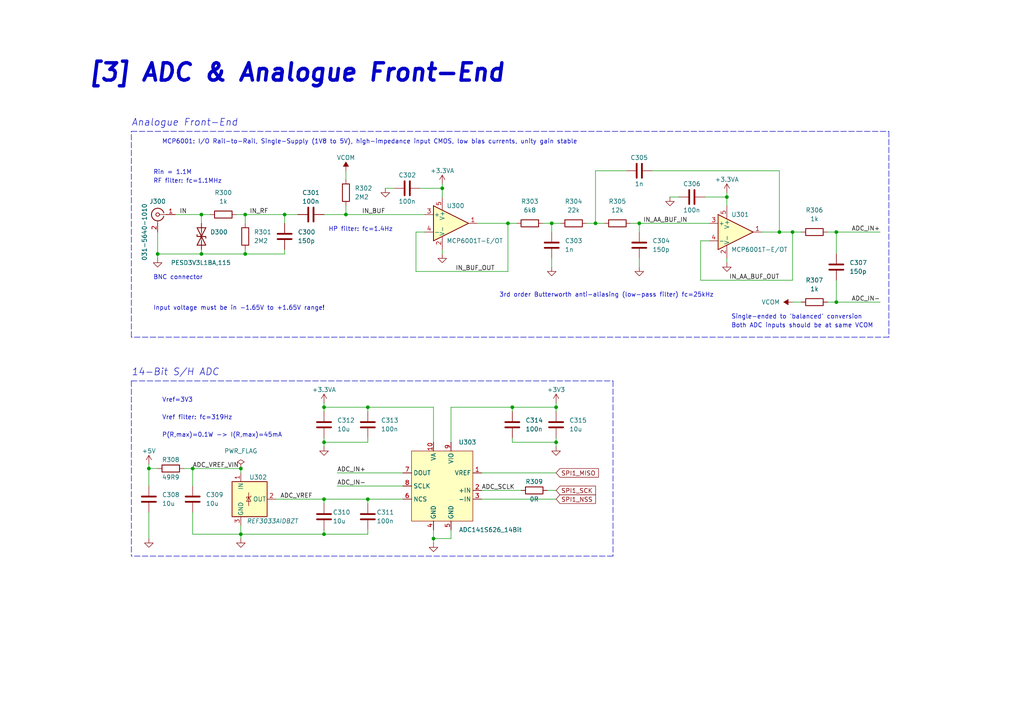
<source format=kicad_sch>
(kicad_sch (version 20230121) (generator eeschema)
  (paper "A4")
  (title_block (title "Proyecto Mixed Signal") (date "2025-01-13") (rev "1.0") (company "Felipe Santisteban") (comment 1 "Fedevel Hardware Course"))
  (lib_symbols
    (symbol "Amplifier_Operational:MCP6001-OT" (pin_names (offset 0.127))
      (property "Reference" "U" (at -1.27 6.35 0))
      (property "Value" "MCP6001-OT" (at -1.27 3.81 0))
      (symbol "MCP6001-OT_0_1"
        (polyline (pts (xy -5.08 5.08) (xy 5.08 0) (xy -5.08 -5.08) (xy -5.08 5.08)) (stroke (width 0.254)) (fill (type background)))
        (pin power_in line (at -2.54 -7.62 90) (length 3.81) (name "V-") (number "2"))
        (pin power_in line (at -2.54 7.62 270) (length 3.81) (name "V+") (number "5"))
      )
      (symbol "MCP6001-OT_1_1"
        (pin output line (at 7.62 0 180) (length 2.54) (name "~") (number "1"))
        (pin input line (at -7.62 2.54 0) (length 2.54) (name "+") (number "3"))
        (pin input line (at -7.62 -2.54 0) (length 2.54) (name "-") (number "4"))
      )
    )
    (symbol "Connector:Conn_Coaxial" (pin_names (offset 1.016) hide)
      (property "Reference" "J" (at 0.254 3.048 0))
      (property "Value" "Conn_Coaxial" (at 2.921 0 90))
      (symbol "Conn_Coaxial_0_1"
        (arc (start -1.778 -0.508) (mid 0.2311 -1.8066) (end 1.778 0) (stroke (width 0.254)))
        (polyline (pts (xy -2.54 0) (xy -0.508 0)))
        (polyline (pts (xy 0 -2.54) (xy 0 -1.778)))
        (circle (center 0 0) (radius 0.508) (stroke (width 0.2032)))
        (arc (start 1.778 0) (mid 0.2099 1.8101) (end -1.778 0.508) (stroke (width 0.254)))
      )
      (symbol "Conn_Coaxial_1_1"
        (pin passive line (at -5.08 0 0) (length 2.54) (name "In") (number "1"))
        (pin passive line (at 0 -5.08 90) (length 2.54) (name "Ext") (number "2"))
      )
    )
    (symbol "Device:C" (pin_numbers hide) (pin_names (offset 0.254))
      (property "Reference" "C" (at 0.635 2.54 0))
      (property "Value" "C" (at 0.635 -2.54 0))
      (symbol "C_0_1"
        (polyline (pts (xy -2.032 -0.762) (xy 2.032 -0.762)) (stroke (width 0.508)))
        (polyline (pts (xy -2.032 0.762) (xy 2.032 0.762)) (stroke (width 0.508)))
      )
      (symbol "C_1_1"
        (pin passive line (at 0 3.81 270) (length 2.794) (name "~") (number "1"))
        (pin passive line (at 0 -3.81 90) (length 2.794) (name "~") (number "2"))
      )
    )
    (symbol "Device:D_TVS" (pin_numbers hide) (pin_names (offset 1.016) hide)
      (property "Reference" "D" (at 0 2.54 0))
      (property "Value" "D_TVS" (at 0 -2.54 0))
      (symbol "D_TVS_0_1"
        (polyline (pts (xy 1.27 0) (xy -1.27 0)))
        (polyline (pts (xy 0.508 1.27) (xy 0 1.27) (xy 0 -1.27) (xy -0.508 -1.27)) (stroke (width 0.254)))
        (polyline (pts (xy -2.54 1.27) (xy -2.54 -1.27) (xy 2.54 1.27) (xy 2.54 -1.27) (xy -2.54 1.27)) (stroke (width 0.254)))
      )
      (symbol "D_TVS_1_1"
        (pin passive line (at -3.81 0 0) (length 2.54) (name "A1") (number "1"))
        (pin passive line (at 3.81 0 180) (length 2.54) (name "A2") (number "2"))
      )
    )
    (symbol "Device:R" (pin_numbers hide) (pin_names (offset 0))
      (property "Reference" "R" (at 2.032 0 90))
      (property "Value" "R" (at 0 0 90))
      (symbol "R_0_1"
        (rectangle (start -1.016 -2.54) (end 1.016 2.54) (stroke (width 0.254)))
      )
      (symbol "R_1_1"
        (pin passive line (at 0 3.81 270) (length 1.27) (name "~") (number "1"))
        (pin passive line (at 0 -3.81 90) (length 1.27) (name "~") (number "2"))
      )
    )
    (symbol "Reference_Voltage:REF3033" (pin_names (offset 0.254))
      (property "Reference" "U" (at 0 6.35 0))
      (property "Value" "REF3033" (at 2.54 -6.35 0))
      (symbol "REF3033_0_1"
        (rectangle (start -5.08 5.08) (end 5.08 -5.08) (stroke (width 0.254)) (fill (type background)))
        (polyline (pts (xy -0.254 1.905) (xy -0.254 -1.905)))
        (polyline (pts (xy -0.889 -0.635) (xy 0.381 -0.635) (xy -0.254 0.635) (xy -0.889 -0.635)))
        (polyline (pts (xy 0.381 1.016) (xy 0.381 0.635) (xy -0.889 0.635) (xy -0.889 0.254)))
      )
      (symbol "REF3033_1_1"
        (pin power_in line (at -2.54 7.62 270) (length 2.54) (name "IN") (number "1"))
        (pin power_out line (at 7.62 0 180) (length 2.54) (name "OUT") (number "2"))
        (pin power_in line (at -2.54 -7.62 90) (length 2.54) (name "GND") (number "3"))
      )
    )
    (symbol "VCOM_1" (power) (pin_names (offset 0))
      (property "Value" "VCOM" (at 0 3.81 0))
      (symbol "VCOM_1_0_1"
        (polyline (pts (xy 0 0) (xy 0 2.54)))
        (polyline (pts (xy 0.762 1.27) (xy -0.762 1.27) (xy 0 2.54) (xy 0.762 1.27)) (fill (type outline)))
      )
      (symbol "VCOM_1_1_1"
        (pin passive line (at 0 0 90) (length 0) hide (name "VCOM") (number "1"))
      )
    )
    (symbol "mis_simbolos:ADC141S626_14-Bit"
      (property "Reference" "U" (at 12.7 13.97 0))
      (symbol "ADC141S626_14-Bit_0_0"
        (pin input line (at 11.43 3.81 180) (length 2.54) (name "VREF") (number "1"))
        (pin power_in line (at -2.54 12.7 270) (length 2.54) (name "VA") (number "10"))
        (pin input line (at 11.43 -1.27 180) (length 2.54) (name "+IN") (number "2"))
        (pin input line (at 11.43 -3.81 180) (length 2.54) (name "-IN") (number "3"))
        (pin power_in line (at -2.54 -12.7 90) (length 2.54) (name "GND") (number "4"))
        (pin power_in line (at 2.54 -12.7 90) (length 2.54) (name "GND") (number "5"))
        (pin input line (at -11.43 -3.81 0) (length 2.54) (name "NCS") (number "6"))
        (pin output line (at -11.43 3.81 0) (length 2.54) (name "DOUT") (number "7"))
        (pin input line (at -11.43 0 0) (length 2.54) (name "SCLK") (number "8"))
        (pin power_in line (at 2.54 12.7 270) (length 2.54) (name "VIO") (number "9"))
      )
      (symbol "ADC141S626_14-Bit_1_1"
        (rectangle (start -8.89 10.16) (end 8.89 -10.16) (fill (type background)))
      )
    )
    (symbol "power:+3.3VA" (power) (pin_names (offset 0))
      (property "Value" "+3.3VA" (at 0 3.556 0))
      (symbol "+3.3VA_0_1"
        (polyline (pts (xy -0.762 1.27) (xy 0 2.54)))
        (polyline (pts (xy 0 0) (xy 0 2.54)))
        (polyline (pts (xy 0 2.54) (xy 0.762 1.27)))
      )
      (symbol "+3.3VA_1_1"
        (pin power_in line (at 0 0 90) (length 0) hide (name "+3.3VA") (number "1"))
      )
    )
    (symbol "power:+3V3" (power) (pin_names (offset 0))
      (property "Value" "+3V3" (at 0 3.556 0))
      (symbol "+3V3_0_1"
        (polyline (pts (xy -0.762 1.27) (xy 0 2.54)))
        (polyline (pts (xy 0 0) (xy 0 2.54)))
        (polyline (pts (xy 0 2.54) (xy 0.762 1.27)))
      )
      (symbol "+3V3_1_1"
        (pin power_in line (at 0 0 90) (length 0) hide (name "+3V3") (number "1"))
      )
    )
    (symbol "power:+5V" (power) (pin_names (offset 0))
      (property "Value" "+5V" (at 0 3.556 0))
      (symbol "+5V_0_1"
        (polyline (pts (xy -0.762 1.27) (xy 0 2.54)))
        (polyline (pts (xy 0 0) (xy 0 2.54)))
        (polyline (pts (xy 0 2.54) (xy 0.762 1.27)))
      )
      (symbol "+5V_1_1"
        (pin power_in line (at 0 0 90) (length 0) hide (name "+5V") (number "1"))
      )
    )
    (symbol "power:GND" (power) (pin_names (offset 0))
      (property "Value" "GND" (at 0 -3.81 0))
      (symbol "GND_0_1"
        (polyline (pts (xy 0 0) (xy 0 -1.27) (xy 1.27 -1.27) (xy 0 -2.54) (xy -1.27 -1.27) (xy 0 -1.27)))
      )
      (symbol "GND_1_1"
        (pin power_in line (at 0 0 270) (length 0) hide (name "GND") (number "1"))
      )
    )
    (symbol "power:PWR_FLAG" (power) (pin_numbers hide) (pin_names (offset 0) hide)
      (property "Value" "PWR_FLAG" (at 0 3.81 0))
      (symbol "PWR_FLAG_0_0"
        (pin power_out line (at 0 0 90) (length 0) (name "pwr") (number "1"))
      )
      (symbol "PWR_FLAG_0_1"
        (polyline (pts (xy 0 0) (xy 0 1.27) (xy -1.016 1.905) (xy 0 2.54) (xy 1.016 1.905) (xy 0 1.27)))
      )
    )
    (symbol "power:VCOM" (power) (pin_names (offset 0))
      (property "Value" "VCOM" (at 0 6.35 90))
      (symbol "VCOM_0_1"
        (polyline (pts (xy 0 0) (xy 0 2.54)))
        (polyline (pts (xy 0.762 1.27) (xy -0.762 1.27) (xy 0 2.54) (xy 0.762 1.27)) (fill (type outline)))
      )
      (symbol "VCOM_1_1"
        (pin passive line (at 0 0 90) (length 0) hide (name "VCOM") (number "1"))
      )
    )
  )
  (junction (at 210.82 57.15))
  (junction (at 242.57 87.63))
  (junction (at 43.18 135.89))
  (junction (at 161.29 118.11))
  (junction (at 45.72 73.66))
  (junction (at 100.33 62.23))
  (junction (at 185.42 64.77))
  (junction (at 93.98 128.27))
  (junction (at 58.42 73.66))
  (junction (at 71.12 62.23))
  (junction (at 125.73 156.21))
  (junction (at 55.88 135.89))
  (junction (at 148.59 118.11))
  (junction (at 82.55 62.23))
  (junction (at 106.68 118.11))
  (junction (at 58.42 62.23))
  (junction (at 69.85 154.94))
  (junction (at 128.27 54.61))
  (junction (at 229.87 67.31))
  (junction (at 93.98 154.94))
  (junction (at 71.12 73.66))
  (junction (at 226.06 67.31))
  (junction (at 172.72 64.77))
  (junction (at 147.32 64.77))
  (junction (at 106.68 144.78))
  (junction (at 161.29 128.27))
  (junction (at 69.85 135.89))
  (junction (at 242.57 67.31))
  (junction (at 160.02 64.77))
  (junction (at 93.98 118.11))
  (junction (at 93.98 144.78))
  (wire (pts (xy 55.88 148.59) (xy 55.88 154.94)))
  (wire (pts (xy 120.65 78.74) (xy 147.32 78.74)))
  (wire (pts (xy 242.57 81.28) (xy 242.57 87.63)))
  (wire (pts (xy 71.12 62.23) (xy 82.55 62.23)))
  (wire (pts (xy 100.33 49.53) (xy 100.33 52.07)))
  (wire (pts (xy 128.27 73.66) (xy 128.27 72.39)))
  (wire (pts (xy 106.68 146.05) (xy 106.68 144.78)))
  (wire (pts (xy 43.18 140.97) (xy 43.18 135.89)))
  (wire (pts (xy 185.42 64.77) (xy 182.88 64.77)))
  (wire (pts (xy 172.72 49.53) (xy 181.61 49.53)))
  (wire (pts (xy 147.32 78.74) (xy 147.32 64.77)))
  (wire (pts (xy 71.12 62.23) (xy 68.58 62.23)))
  (wire (pts (xy 205.74 69.85) (xy 203.2 69.85)))
  (polyline (pts (xy 38.1 38.1) (xy 257.81 38.1)) (stroke (width 0) (type dash)))
  (wire (pts (xy 162.56 64.77) (xy 160.02 64.77)))
  (wire (pts (xy 229.87 67.31) (xy 226.06 67.31)))
  (wire (pts (xy 125.73 153.67) (xy 125.73 156.21)))
  (wire (pts (xy 58.42 73.66) (xy 71.12 73.66)))
  (wire (pts (xy 203.2 69.85) (xy 203.2 81.28)))
  (wire (pts (xy 58.42 72.39) (xy 58.42 73.66)))
  (wire (pts (xy 123.19 67.31) (xy 120.65 67.31)))
  (wire (pts (xy 93.98 154.94) (xy 69.85 154.94)))
  (wire (pts (xy 86.36 62.23) (xy 82.55 62.23)))
  (wire (pts (xy 58.42 62.23) (xy 60.96 62.23)))
  (wire (pts (xy 80.01 144.78) (xy 93.98 144.78)))
  (wire (pts (xy 71.12 64.77) (xy 71.12 62.23)))
  (wire (pts (xy 93.98 154.94) (xy 106.68 154.94)))
  (wire (pts (xy 139.7 144.78) (xy 161.29 144.78)))
  (wire (pts (xy 55.88 135.89) (xy 69.85 135.89)))
  (wire (pts (xy 71.12 73.66) (xy 71.12 72.39)))
  (wire (pts (xy 161.29 116.84) (xy 161.29 118.11)))
  (wire (pts (xy 43.18 134.62) (xy 43.18 135.89)))
  (wire (pts (xy 255.27 67.31) (xy 242.57 67.31)))
  (wire (pts (xy 148.59 119.38) (xy 148.59 118.11)))
  (wire (pts (xy 160.02 74.93) (xy 160.02 77.47)))
  (wire (pts (xy 55.88 154.94) (xy 69.85 154.94)))
  (wire (pts (xy 71.12 73.66) (xy 82.55 73.66)))
  (wire (pts (xy 55.88 140.97) (xy 55.88 135.89)))
  (wire (pts (xy 130.81 118.11) (xy 130.81 128.27)))
  (wire (pts (xy 45.72 73.66) (xy 45.72 67.31)))
  (wire (pts (xy 210.82 57.15) (xy 210.82 55.88)))
  (wire (pts (xy 97.79 140.97) (xy 116.84 140.97)))
  (wire (pts (xy 43.18 135.89) (xy 45.72 135.89)))
  (wire (pts (xy 93.98 62.23) (xy 100.33 62.23)))
  (wire (pts (xy 172.72 64.77) (xy 172.72 49.53)))
  (wire (pts (xy 148.59 128.27) (xy 148.59 127)))
  (wire (pts (xy 45.72 74.93) (xy 45.72 73.66)))
  (wire (pts (xy 100.33 62.23) (xy 100.33 59.69)))
  (polyline (pts (xy 177.8 161.29) (xy 38.1 161.29)) (stroke (width 0) (type dash)))
  (wire (pts (xy 160.02 67.31) (xy 160.02 64.77)))
  (wire (pts (xy 121.92 54.61) (xy 128.27 54.61)))
  (wire (pts (xy 125.73 157.48) (xy 125.73 156.21)))
  (wire (pts (xy 161.29 129.54) (xy 161.29 128.27)))
  (polyline (pts (xy 257.81 97.79) (xy 38.1 97.79)) (stroke (width 0) (type dash)))
  (wire (pts (xy 139.7 137.16) (xy 161.29 137.16)))
  (wire (pts (xy 175.26 64.77) (xy 172.72 64.77)))
  (wire (pts (xy 151.13 142.24) (xy 139.7 142.24)))
  (wire (pts (xy 149.86 64.77) (xy 147.32 64.77)))
  (wire (pts (xy 58.42 64.77) (xy 58.42 62.23)))
  (wire (pts (xy 106.68 119.38) (xy 106.68 118.11)))
  (wire (pts (xy 106.68 154.94) (xy 106.68 153.67)))
  (wire (pts (xy 185.42 74.93) (xy 185.42 77.47)))
  (wire (pts (xy 226.06 67.31) (xy 220.98 67.31)))
  (wire (pts (xy 226.06 49.53) (xy 226.06 67.31)))
  (wire (pts (xy 116.84 137.16) (xy 97.79 137.16)))
  (wire (pts (xy 161.29 128.27) (xy 148.59 128.27)))
  (wire (pts (xy 93.98 128.27) (xy 106.68 128.27)))
  (wire (pts (xy 43.18 148.59) (xy 43.18 156.21)))
  (wire (pts (xy 161.29 128.27) (xy 161.29 127)))
  (wire (pts (xy 93.98 146.05) (xy 93.98 144.78)))
  (wire (pts (xy 93.98 118.11) (xy 106.68 118.11)))
  (wire (pts (xy 58.42 73.66) (xy 45.72 73.66)))
  (wire (pts (xy 232.41 67.31) (xy 229.87 67.31)))
  (wire (pts (xy 128.27 54.61) (xy 128.27 57.15)))
  (wire (pts (xy 204.47 57.15) (xy 210.82 57.15)))
  (polyline (pts (xy 38.1 110.49) (xy 177.8 110.49)) (stroke (width 0) (type dash)))
  (wire (pts (xy 69.85 135.89) (xy 69.85 137.16)))
  (wire (pts (xy 93.98 144.78) (xy 106.68 144.78)))
  (wire (pts (xy 229.87 81.28) (xy 229.87 67.31)))
  (wire (pts (xy 50.8 62.23) (xy 58.42 62.23)))
  (wire (pts (xy 172.72 64.77) (xy 170.18 64.77)))
  (polyline (pts (xy 257.81 38.1) (xy 257.81 97.79)) (stroke (width 0) (type dash)))
  (wire (pts (xy 242.57 67.31) (xy 240.03 67.31)))
  (polyline (pts (xy 177.8 110.49) (xy 177.8 161.29)) (stroke (width 0) (type dash)))
  (wire (pts (xy 100.33 62.23) (xy 123.19 62.23)))
  (wire (pts (xy 125.73 156.21) (xy 130.81 156.21)))
  (wire (pts (xy 205.74 64.77) (xy 185.42 64.77)))
  (wire (pts (xy 93.98 119.38) (xy 93.98 118.11)))
  (wire (pts (xy 210.82 76.2) (xy 210.82 74.93)))
  (wire (pts (xy 161.29 119.38) (xy 161.29 118.11)))
  (wire (pts (xy 210.82 57.15) (xy 210.82 59.69)))
  (wire (pts (xy 120.65 67.31) (xy 120.65 78.74)))
  (polyline (pts (xy 38.1 110.49) (xy 38.1 161.29)) (stroke (width 0) (type dash)))
  (wire (pts (xy 53.34 135.89) (xy 55.88 135.89)))
  (wire (pts (xy 255.27 87.63) (xy 242.57 87.63)))
  (wire (pts (xy 161.29 118.11) (xy 148.59 118.11)))
  (wire (pts (xy 93.98 118.11) (xy 93.98 116.84)))
  (wire (pts (xy 189.23 49.53) (xy 226.06 49.53)))
  (wire (pts (xy 161.29 142.24) (xy 158.75 142.24)))
  (wire (pts (xy 106.68 118.11) (xy 125.73 118.11)))
  (wire (pts (xy 194.31 57.15) (xy 196.85 57.15)))
  (wire (pts (xy 106.68 128.27) (xy 106.68 127)))
  (wire (pts (xy 93.98 154.94) (xy 93.98 153.67)))
  (wire (pts (xy 185.42 67.31) (xy 185.42 64.77)))
  (wire (pts (xy 93.98 129.54) (xy 93.98 128.27)))
  (wire (pts (xy 203.2 81.28) (xy 229.87 81.28)))
  (wire (pts (xy 147.32 64.77) (xy 138.43 64.77)))
  (polyline (pts (xy 38.1 97.79) (xy 38.1 38.1)) (stroke (width 0) (type dash)))
  (wire (pts (xy 229.87 87.63) (xy 232.41 87.63)))
  (wire (pts (xy 128.27 54.61) (xy 128.27 53.34)))
  (wire (pts (xy 82.55 73.66) (xy 82.55 72.39)))
  (wire (pts (xy 69.85 152.4) (xy 69.85 154.94)))
  (wire (pts (xy 130.81 153.67) (xy 130.81 156.21)))
  (wire (pts (xy 148.59 118.11) (xy 130.81 118.11)))
  (wire (pts (xy 69.85 154.94) (xy 69.85 156.21)))
  (wire (pts (xy 242.57 87.63) (xy 240.03 87.63)))
  (wire (pts (xy 125.73 118.11) (xy 125.73 128.27)))
  (wire (pts (xy 82.55 64.77) (xy 82.55 62.23)))
  (wire (pts (xy 242.57 73.66) (xy 242.57 67.31)))
  (wire (pts (xy 160.02 64.77) (xy 157.48 64.77)))
  (wire (pts (xy 111.76 54.61) (xy 114.3 54.61)))
  (wire (pts (xy 93.98 128.27) (xy 93.98 127)))
  (wire (pts (xy 106.68 144.78) (xy 116.84 144.78)))
  (text "HP filter: fc=1.4Hz" (at 95.25 67.31 0) (effects (font (size 1.27 1.27)) (justify left bottom)))
  (text "Both ADC inputs should be at same VCOM" (at 212.09 95.25 0) (effects (font (size 1.27 1.27)) (justify left bottom)))
  (text "BNC connector" (at 44.45 81.28 0) (effects (font (size 1.27 1.27)) (justify left bottom)))
  (text "Rin = 1.1M" (at 44.45 50.8 0) (effects (font (size 1.27 1.27)) (justify left bottom)))
  (text "14-Bit S/H ADC" (at 38.1 109.22 0) (effects (font (size 2.0066 2.0066) italic) (justify left bottom)))
  (text "Vref filter: fc=319Hz" (at 46.99 121.92 0) (effects (font (size 1.27 1.27)) (justify left bottom)))
  (text "Input voltage must be in -1.65V to +1.65V range!" (at 44.45 90.17 0) (effects (font (size 1.27 1.27)) (justify left bottom)))
  (text "Analogue Front-End" (at 38.1 36.83 0) (effects (font (size 2.0066 2.0066) italic) (justify left bottom)))
  (text "Single-ended to 'balanced' conversion" (at 212.09 92.71 0) (effects (font (size 1.27 1.27)) (justify left bottom)))
  (text "RF filter: fc=1.1MHz" (at 44.45 53.34 0) (effects (font (size 1.27 1.27)) (justify left bottom)))
  (text "3rd order Butterworth anti-aliasing (low-pass filter) fc=25kHz" (at 144.78 86.36 0) (effects (font (size 1.27 1.27)) (justify left bottom)))
  (text "MCP6001: I/O Rail-to-Rail, Single-Supply (1V8 to 5V), high-impedance input CMOS, low bias currents, unity gain stable" (at 46.99 41.91 0) (effects (font (size 1.27 1.27)) (justify left bottom)))
  (text "P(R,max)=0.1W -> I(R,max)=45mA" (at 46.99 127 0) (effects (font (size 1.27 1.27)) (justify left bottom)))
  (text "Vref=3V3" (at 46.99 116.84 0) (effects (font (size 1.27 1.27)) (justify left bottom)))
  (text "[3] ADC & Analogue Front-End" (at 25.4 24.13 0) (effects (font (size 5.0038 5.0038) (thickness 1.0008) bold italic) (justify left bottom)))
  (label "IN_RF" (at 72.39 62.23 0))
  (label "IN_BUF_OUT" (at 143.51 78.74 180))
  (label "ADC_IN-" (at 97.79 140.97 0))
  (label "ADC_IN+" (at 255.27 67.31 180))
  (label "IN_AA_BUF_IN" (at 199.39 64.77 180))
  (label "ADC_SCLK" (at 139.7 142.24 0))
  (label "ADC_VREF" (at 81.28 144.78 0))
  (label "ADC_IN-" (at 255.27 87.63 180))
  (label "IN_BUF" (at 111.76 62.23 180))
  (label "IN_AA_BUF_OUT" (at 226.06 81.28 180))
  (label "ADC_VREF_VIN" (at 55.88 135.89 0))
  (label "ADC_IN+" (at 97.79 137.16 0))
  (label "IN" (at 52.07 62.23 0))
  (global_label "SPI1_MISO" (shape input) (at 161.29 137.16 0) (property "Intersheetrefs" "${INTERSHEET_REFS}" (effects hide)))
  (global_label "SPI1_SCK" (shape input) (at 161.29 142.24 0) (property "Intersheetrefs" "${INTERSHEET_REFS}" (effects hide)))
  (global_label "SPI1_NSS" (shape input) (at 161.29 144.78 0) (property "Intersheetrefs" "${INTERSHEET_REFS}" (effects hide)))
  (symbol (lib_id "power:+3V3") (at 161.29 116.84 0) (unit 1)
    (property "Reference" "#PWR053" (effects hide))
    (property "Value" "+3V3" (at 161.29 113.03 0))
  )
  (symbol (lib_id "Device:C") (at 148.59 123.19 0) (unit 1)
    (property "Reference" "C314" (at 152.4 121.92 0) (effects (justify left)))
    (property "Value" "100n" (at 152.4 124.46 0) (effects (justify left)))
    (property "Footprint" "Capacitor_SMD:C_0402_1005Metric" (effects hide))
  )
  (symbol (lib_id "Device:R") (at 154.94 142.24 270) (unit 1)
    (property "Reference" "R309" (at 154.94 139.7 90))
    (property "Value" "0R" (at 154.94 144.78 90))
    (property "Footprint" "Resistor_SMD:R_0402_1005Metric" (effects hide))
  )
  (symbol (lib_id "power:GND") (at 125.73 157.48 0) (unit 1)
    (property "Reference" "#PWR059" (effects hide))
    (property "Value" "GND" (effects hide))
  )
  (symbol (lib_id "Device:C") (at 161.29 123.19 0) (unit 1)
    (property "Reference" "C315" (at 165.1 121.92 0) (effects (justify left)))
    (property "Value" "10u" (at 165.1 124.46 0) (effects (justify left)))
    (property "Footprint" "Capacitor_SMD:C_0603_1608Metric" (effects hide))
  )
  (symbol (lib_id "power:GND") (at 161.29 129.54 0) (unit 1)
    (property "Reference" "#PWR055" (effects hide))
    (property "Value" "GND" (effects hide))
  )
  (symbol (lib_id "Device:C") (at 106.68 123.19 0) (unit 1)
    (property "Reference" "C313" (at 110.49 121.92 0) (effects (justify left)))
    (property "Value" "100n" (at 110.49 124.46 0) (effects (justify left)))
    (property "Footprint" "Capacitor_SMD:C_0402_1005Metric" (effects hide))
  )
  (symbol (lib_id "Device:C") (at 93.98 123.19 0) (unit 1)
    (property "Reference" "C312" (at 97.79 121.92 0) (effects (justify left)))
    (property "Value" "10u" (at 97.79 124.46 0) (effects (justify left)))
    (property "Footprint" "Capacitor_SMD:C_0603_1608Metric" (effects hide))
  )
  (symbol (lib_id "power:GND") (at 93.98 129.54 0) (unit 1)
    (property "Reference" "#PWR054" (effects hide))
    (property "Value" "GND" (effects hide))
  )
  (symbol (lib_id "Device:C") (at 106.68 149.86 0) (unit 1)
    (property "Reference" "C311" (at 109.22 148.59 0) (effects (justify left)))
    (property "Value" "100n" (at 109.22 151.13 0) (effects (justify left)))
    (property "Footprint" "Capacitor_SMD:C_0402_1005Metric" (effects hide))
  )
  (symbol (lib_id "Device:C") (at 93.98 149.86 0) (unit 1)
    (property "Reference" "C310" (at 96.52 148.59 0) (effects (justify left)))
    (property "Value" "10u" (at 96.52 151.13 0) (effects (justify left)))
    (property "Footprint" "Capacitor_SMD:C_0603_1608Metric" (effects hide))
  )
  (symbol (lib_id "power:GND") (at 69.85 156.21 0) (unit 1)
    (property "Reference" "#PWR058" (effects hide))
    (property "Value" "GND" (effects hide))
  )
  (symbol (lib_id "Amplifier_Operational:MCP6001-OT") (at 130.81 64.77 0) (unit 1)
    (property "Reference" "U300" (at 129.54 59.69 0) (effects (justify left)))
    (property "Value" "MCP6001T-E/OT" (at 129.54 69.85 0) (effects (justify left)))
    (property "Footprint" "Package_TO_SOT_SMD:SOT-23-5" (effects hide))
    (property "Datasheet" "http://ww1.microchip.com/downloads/en/DeviceDoc/21733j.pdf" (effects hide))
  )
  (symbol (lib_id "Device:C") (at 118.11 54.61 270) (unit 1)
    (property "Reference" "C302" (at 115.57 50.8 90) (effects (justify left)))
    (property "Value" "100n" (at 115.57 58.42 90) (effects (justify left)))
    (property "Footprint" "Capacitor_SMD:C_0402_1005Metric" (effects hide))
  )
  (symbol (lib_id "power:GND") (at 128.27 73.66 0) (unit 1)
    (property "Reference" "#PWR046" (effects hide))
    (property "Value" "GND" (effects hide))
  )
  (symbol (lib_id "power:GND") (at 111.76 54.61 0) (unit 1)
    (property "Reference" "#PWR043" (effects hide))
    (property "Value" "GND" (effects hide))
  )
  (symbol (lib_id "Device:R") (at 64.77 62.23 270) (unit 1)
    (property "Reference" "R300" (at 64.77 55.88 90))
    (property "Value" "1k" (at 64.77 58.42 90))
    (property "Footprint" "Resistor_SMD:R_0402_1005Metric" (effects hide))
  )
  (symbol (lib_id "Device:R") (at 71.12 68.58 180) (unit 1)
    (property "Reference" "R301" (at 73.66 67.31 0) (effects (justify right)))
    (property "Value" "2M2" (at 73.66 69.85 0) (effects (justify right)))
    (property "Footprint" "Resistor_SMD:R_0402_1005Metric" (effects hide))
  )
  (symbol (lib_id "Device:C") (at 82.55 68.58 0) (unit 1)
    (property "Reference" "C300" (at 86.36 67.31 0) (effects (justify left)))
    (property "Value" "150p" (at 86.36 69.85 0) (effects (justify left)))
    (property "Footprint" "Capacitor_SMD:C_0402_1005Metric" (effects hide))
  )
  (symbol (lib_id "power:GND") (at 45.72 74.93 0) (unit 1)
    (property "Reference" "#PWR047" (effects hide))
    (property "Value" "GND" (effects hide))
  )
  (symbol (lib_id "Device:C") (at 90.17 62.23 270) (unit 1)
    (property "Reference" "C301" (at 87.63 55.88 90) (effects (justify left)))
    (property "Value" "100n" (at 87.63 58.42 90) (effects (justify left)))
    (property "Footprint" "Capacitor_SMD:C_0402_1005Metric" (effects hide))
  )
  (symbol (lib_name "VCOM_1") (lib_id "power:VCOM") (at 100.33 49.53 0) (unit 1)
    (property "Reference" "#PWR041" (effects hide))
    (property "Value" "VCOM" (at 100.33 45.72 0))
  )
  (symbol (lib_id "Device:R") (at 100.33 55.88 180) (unit 1)
    (property "Reference" "R302" (at 102.87 54.61 0) (effects (justify right)))
    (property "Value" "2M2" (at 102.87 57.15 0) (effects (justify right)))
    (property "Footprint" "Resistor_SMD:R_0402_1005Metric" (effects hide))
  )
  (symbol (lib_id "Amplifier_Operational:MCP6001-OT") (at 213.36 67.31 0) (unit 1)
    (property "Reference" "U301" (at 212.09 62.23 0) (effects (justify left)))
    (property "Value" "MCP6001T-E/OT" (at 212.09 72.39 0) (effects (justify left)))
    (property "Footprint" "Package_TO_SOT_SMD:SOT-23-5" (effects hide))
    (property "Datasheet" "http://ww1.microchip.com/downloads/en/DeviceDoc/21733j.pdf" (effects hide))
  )
  (symbol (lib_id "Device:C") (at 200.66 57.15 270) (unit 1)
    (property "Reference" "C306" (at 198.12 53.34 90) (effects (justify left)))
    (property "Value" "100n" (at 198.12 60.96 90) (effects (justify left)))
    (property "Footprint" "Capacitor_SMD:C_0402_1005Metric" (effects hide))
  )
  (symbol (lib_id "power:GND") (at 210.82 76.2 0) (unit 1)
    (property "Reference" "#PWR048" (effects hide))
    (property "Value" "GND" (effects hide))
  )
  (symbol (lib_id "power:GND") (at 194.31 57.15 0) (unit 1)
    (property "Reference" "#PWR045" (effects hide))
    (property "Value" "GND" (effects hide))
  )
  (symbol (lib_id "Device:R") (at 153.67 64.77 270) (unit 1)
    (property "Reference" "R303" (at 153.67 58.42 90))
    (property "Value" "6k8" (at 153.67 60.96 90))
    (property "Footprint" "Resistor_SMD:R_0402_1005Metric" (effects hide))
  )
  (symbol (lib_id "Device:C") (at 160.02 71.12 0) (unit 1)
    (property "Reference" "C303" (at 163.83 69.85 0) (effects (justify left)))
    (property "Value" "1n" (at 163.83 72.39 0) (effects (justify left)))
    (property "Footprint" "Capacitor_SMD:C_0402_1005Metric" (effects hide))
  )
  (symbol (lib_id "Device:R") (at 166.37 64.77 270) (unit 1)
    (property "Reference" "R304" (at 166.37 58.42 90))
    (property "Value" "22k" (at 166.37 60.96 90))
    (property "Footprint" "Resistor_SMD:R_0402_1005Metric" (effects hide))
  )
  (symbol (lib_id "power:GND") (at 160.02 77.47 0) (unit 1)
    (property "Reference" "#PWR049" (effects hide))
    (property "Value" "GND" (effects hide))
  )
  (symbol (lib_id "Device:R") (at 179.07 64.77 270) (unit 1)
    (property "Reference" "R305" (at 179.07 58.42 90))
    (property "Value" "12k" (at 179.07 60.96 90))
    (property "Footprint" "Resistor_SMD:R_0402_1005Metric" (effects hide))
  )
  (symbol (lib_id "Device:C") (at 185.42 71.12 0) (unit 1)
    (property "Reference" "C304" (at 189.23 69.85 0) (effects (justify left)))
    (property "Value" "150p" (at 189.23 72.39 0) (effects (justify left)))
    (property "Footprint" "Capacitor_SMD:C_0402_1005Metric" (effects hide))
  )
  (symbol (lib_id "Device:R") (at 236.22 67.31 270) (unit 1)
    (property "Reference" "R306" (at 236.22 60.96 90))
    (property "Value" "1k" (at 236.22 63.5 90))
    (property "Footprint" "Resistor_SMD:R_0402_1005Metric" (effects hide))
  )
  (symbol (lib_id "Device:R") (at 236.22 87.63 270) (unit 1)
    (property "Reference" "R307" (at 236.22 81.28 90))
    (property "Value" "1k" (at 236.22 83.82 90))
    (property "Footprint" "Resistor_SMD:R_0402_1005Metric" (effects hide))
  )
  (symbol (lib_id "Device:C") (at 242.57 77.47 0) (unit 1)
    (property "Reference" "C307" (at 246.38 76.2 0) (effects (justify left)))
    (property "Value" "150p" (at 246.38 78.74 0) (effects (justify left)))
    (property "Footprint" "Capacitor_SMD:C_0402_1005Metric" (effects hide))
  )
  (symbol (lib_id "power:GND") (at 185.42 77.47 0) (unit 1)
    (property "Reference" "#PWR050" (effects hide))
    (property "Value" "GND" (effects hide))
  )
  (symbol (lib_id "power:VCOM") (at 229.87 87.63 90) (unit 1)
    (property "Reference" "#PWR051" (effects hide))
    (property "Value" "VCOM" (at 223.52 87.63 90))
  )
  (symbol (lib_id "Device:D_TVS") (at 58.42 68.58 270) (unit 1)
    (property "Reference" "D300" (at 60.96 67.31 90) (effects (justify left)))
    (property "Value" "PESD3V3L1BA,115" (at 49.53 76.2 90) (effects (justify left)))
    (property "Footprint" "Diode_SMD:D_SOD-323" (effects hide))
  )
  (symbol (lib_id "Connector:Conn_Coaxial") (at 45.72 62.23 0) (mirror y) (unit 1)
    (property "Reference" "J300" (at 45.72 58.42 0))
    (property "Value" "031-5640-1010" (at 41.91 67.31 90))
    (property "Footprint" "mis footprints:AMPHENOL-BNC-031-5640-1010" (effects hide))
    (property "Datasheet" " ~" (effects hide))
  )
  (symbol (lib_id "Reference_Voltage:REF3033") (at 72.39 144.78 0) (unit 1)
    (property "Reference" "U302" (at 77.47 138.43 0) (effects (justify right)))
    (property "Value" "REF3033AIDBZT" (at 86.36 151.13 0) (effects (font italic) (justify right)))
    (property "Footprint" "Package_TO_SOT_SMD:SOT-23" (effects hide))
    (property "Datasheet" "http://www.ti.com/lit/ds/symlink/ref3033.pdf" (effects hide))
  )
  (symbol (lib_id "Device:C") (at 55.88 144.78 0) (unit 1)
    (property "Reference" "C309" (at 59.69 143.51 0) (effects (justify left)))
    (property "Value" "10u" (at 59.69 146.05 0) (effects (justify left)))
    (property "Footprint" "Capacitor_SMD:C_0603_1608Metric" (effects hide))
  )
  (symbol (lib_id "Device:R") (at 49.53 135.89 270) (unit 1)
    (property "Reference" "R308" (at 49.53 133.35 90))
    (property "Value" "49R9" (at 49.53 138.43 90))
    (property "Footprint" "Resistor_SMD:R_0402_1005Metric" (effects hide))
  )
  (symbol (lib_id "Device:C") (at 43.18 144.78 0) (unit 1)
    (property "Reference" "C308" (at 46.99 143.51 0) (effects (justify left)))
    (property "Value" "10u" (at 46.99 146.05 0) (effects (justify left)))
    (property "Footprint" "Capacitor_SMD:C_0603_1608Metric" (effects hide))
  )
  (symbol (lib_id "power:GND") (at 43.18 156.21 0) (unit 1)
    (property "Reference" "#PWR057" (effects hide))
    (property "Value" "GND" (effects hide))
  )
  (symbol (lib_id "power:+5V") (at 43.18 134.62 0) (unit 1)
    (property "Reference" "#PWR056" (effects hide))
    (property "Value" "+5V" (at 43.18 130.81 0))
  )
  (symbol (lib_id "power:+3.3VA") (at 93.98 116.84 0) (unit 1)
    (property "Reference" "#PWR052" (effects hide))
    (property "Value" "+3.3VA" (at 93.98 113.03 0))
  )
  (symbol (lib_id "power:+3.3VA") (at 128.27 53.34 0) (unit 1)
    (property "Reference" "#PWR042" (effects hide))
    (property "Value" "+3.3VA" (at 128.27 49.53 0))
  )
  (symbol (lib_id "power:+3.3VA") (at 210.82 55.88 0) (unit 1)
    (property "Reference" "#PWR044" (effects hide))
    (property "Value" "+3.3VA" (at 210.82 52.07 0))
  )
  (symbol (lib_id "Device:C") (at 185.42 49.53 90) (unit 1)
    (property "Reference" "C305" (at 187.96 45.72 90) (effects (justify left)))
    (property "Value" "1n" (at 186.69 53.34 90) (effects (justify left)))
    (property "Footprint" "Capacitor_SMD:C_0402_1005Metric" (effects hide))
  )
  (symbol (lib_id "mis_simbolos:ADC141S626_14-Bit") (at 128.27 140.97 0) (unit 1)
    (property "Reference" "U303" (at 133.0041 128.27 0) (effects (justify left)))
    (property "Value" "ADC141S626_14Bit" (at 142.24 153.67 0))
    (property "Footprint" "mis footprints:VSSOP-10" (effects hide))
  )
  (symbol (lib_id "power:PWR_FLAG") (at 69.85 135.89 0) (unit 1)
    (property "Reference" "#FLG03" (effects hide))
    (property "Value" "PWR_FLAG" (at 69.85 130.81 0))
  )
)
</source>
